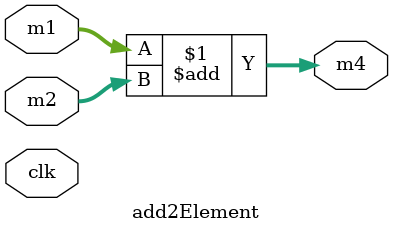
<source format=v>
`timescale 1ns / 1ps



module add2Element
    #
    (
       parameter dataWidth = 16,
       parameter fracWidth = 14
    ) 
    (
        clk, m1, m2, m4
    );
  input clk;
  input signed [dataWidth-1:0] m1;
  input signed [(dataWidth-1)/2-1:0] m2;
  //input signed [dataWidth-1:0] m3;
  output signed [dataWidth:1] m4;
  
  assign m4 = m1 + m2;
  //always@(clk)
  //begin
    //m4 <= m1 + m2;
    //$monitor("SUM after Bias addition: %d", m4);
  //end
    
endmodule

</source>
